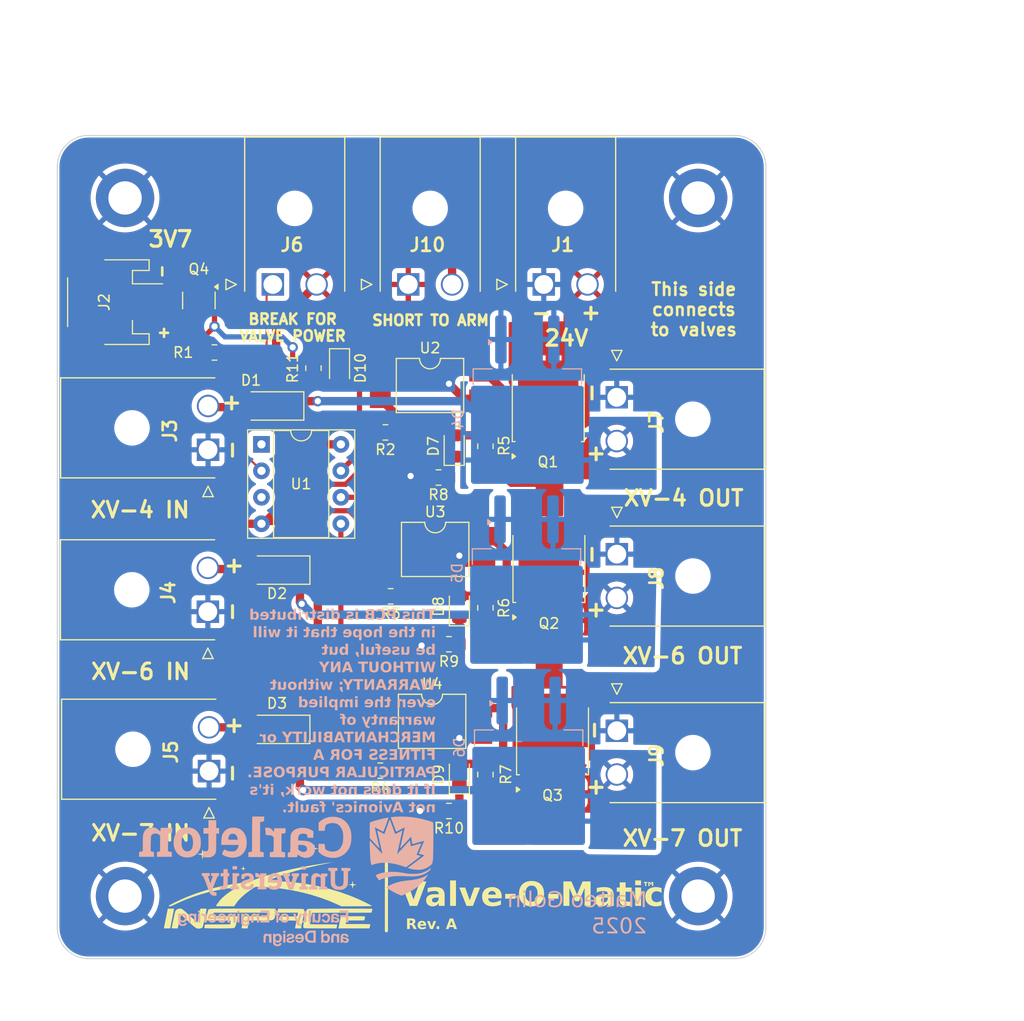
<source format=kicad_pcb>
(kicad_pcb (version 20240108) (generator "pcbnew") (generator_version "8.0")
  (title_block (title "Hybrid Valve Board") (date "2025-06-25") (rev "A") (company "Carleton University InSpace") (comment 1 "Matteo Golin"))
  (layers (0 "F.Cu" signal) (31 "B.Cu" power) (34 "B.Paste" user) (35 "F.Paste" user) (36 "B.SilkS" user "B.Silkscreen") (37 "F.SilkS" user "F.Silkscreen") (38 "B.Mask" user) (39 "F.Mask" user) (44 "Edge.Cuts" user))
  (net 0 "")
  (net 1 "/XV4_PWR")
  (net 2 "Net-(D1-A)")
  (net 3 "/XV6_PWR")
  (net 4 "Net-(D2-A)")
  (net 5 "Net-(D3-A)")
  (net 6 "/XV7_PWR")
  (net 7 "GND")
  (net 8 "/XV4_ON_24V")
  (net 9 "Net-(D8-K)")
  (net 10 "/XV6_ON_24V")
  (net 11 "Net-(D7-K)")
  (net 12 "/XV7_ON_24V")
  (net 13 "Net-(D9-K)")
  (net 14 "+24VBAT")
  (net 15 "+3V3")
  (net 16 "MCU_GND")
  (net 17 "/CONT_IN")
  (net 18 "Net-(R2-Pad1)")
  (net 19 "Net-(R3-Pad1)")
  (net 20 "Net-(R4-Pad1)")
  (net 23 "/XV4_ON")
  (net 24 "/XV6_ON")
  (net 25 "/XV7_ON")
  (net 26 "VBAT")
  (net 27 "Net-(D10-K)")
  (net 28 "VPROT")
  (footprint "MiniFitJR:1726480102" (layer "F.Cu") (at 114.976996 125.173686 -90)
    (property "Reference" "J5" (at -1.835 3.663 90) (layer "F.SilkS") (effects (font (size 1.27 1.27) (thickness 0.254))))
    (property "Value" "XV In" (hide yes))
    (pad "" np_thru_hole circle (at -2.1 7.3 270) (size 3 3) (drill 3) (layers "*.Cu" "*.Mask"))
    (pad "1" thru_hole rect (at 0 0 270) (size 2.15 2.15) (drill 1.8) (layers "*.Cu" "*.Mask") (net 7 "GND"))
    (pad "2" thru_hole circle (at -4.2 0 270) (size 2.15 2.15) (drill 1.8) (layers "*.Cu" "*.Mask") (net 5 "Net-(D3-A)"))
  )
  (footprint "Package_TO_SOT_SMD:TO-252-2" (layer "F.Cu") (at 147.94 122.215 90)
    (property "Reference" "Q3" (at -5.285 0 180) (layer "F.SilkS"))
    (property "Value" "PMOS")
    (pad "1" smd roundrect (at -5.04 -2.28 90) (size 2.2 1.2) (layers "F.Cu" "F.Paste" "F.Mask") (roundrect_rratio 0.208333) (net 12 "/XV7_ON_24V"))
    (pad "2" smd roundrect (at -0.415 -1.525 90) (size 3.05 2.75) (layers "F.Cu" "F.Paste") (roundrect_rratio 0.090909) (net 14 "+24VBAT"))
    (pad "2" smd roundrect (at -0.415 1.525 90) (size 3.05 2.75) (layers "F.Cu" "F.Paste") (roundrect_rratio 0.090909) (net 14 "+24VBAT"))
    (pad "2" smd roundrect (at 1.26 0 90) (size 6.4 5.8) (layers "F.Cu" "F.Mask") (roundrect_rratio 0.043103) (net 14 "+24VBAT"))
    (pad "2" smd roundrect (at 2.935 -1.525 90) (size 3.05 2.75) (layers "F.Cu" "F.Paste") (roundrect_rratio 0.090909) (net 14 "+24VBAT"))
    (pad "2" smd roundrect (at 2.935 1.525 90) (size 3.05 2.75) (layers "F.Cu" "F.Paste") (roundrect_rratio 0.090909) (net 14 "+24VBAT"))
    (pad "3" smd roundrect (at -5.04 2.28 90) (size 2.2 1.2) (layers "F.Cu" "F.Paste" "F.Mask") (roundrect_rratio 0.208333) (net 6 "/XV7_PWR"))
  )
  (footprint "MiniFitJR:1726480102" (layer "F.Cu") (at 134.09925 78.47 180)
    (property "Reference" "J10" (at -1.835 3.8 0) (layer "F.SilkS") (effects (font (size 1.27 1.27) (thickness 0.254))))
    (property "Value" "ARM" (hide yes))
    (pad "" np_thru_hole circle (at -2.1 7.3 180) (size 3 3) (drill 3) (layers "*.Cu" "*.Mask"))
    (pad "1" thru_hole rect (at 0 0 180) (size 2.15 2.15) (drill 1.8) (layers "*.Cu" "*.Mask") (net 15 "+3V3"))
    (pad "2" thru_hole circle (at -4.2 0 180) (size 2.15 2.15) (drill 1.8) (layers "*.Cu" "*.Mask") (net 28 "VPROT"))
  )
  (footprint "Package_DIP:SMDIP-4_W9.53mm" (layer "F.Cu") (at 136.18 88.17)
    (property "Reference" "U2" (at 0 -3.6 0) (layer "F.SilkS"))
    (property "Value" "LTV-817S")
    (pad "1" smd rect (at -4.765 -1.27) (size 2 1.78) (layers "F.Cu" "F.Paste" "F.Mask") (net 23 "/XV4_ON"))
    (pad "2" smd rect (at -4.765 1.27) (size 2 1.78) (layers "F.Cu" "F.Paste" "F.Mask") (net 18 "Net-(R2-Pad1)"))
    (pad "3" smd rect (at 4.765 1.27) (size 2 1.78) (layers "F.Cu" "F.Paste" "F.Mask") (net 7 "GND"))
    (pad "4" smd rect (at 4.765 -1.27) (size 2 1.78) (layers "F.Cu" "F.Paste" "F.Mask") (net 8 "/XV4_ON_24V"))
  )
  (footprint "Connector_JST:JST_PH_S2B-PH-SM4-TB_1x02-1MP_P2.00mm_Horizontal" (layer "F.Cu") (at 105.915 80.17 -90)
    (property "Reference" "J2" (at 0 1 90) (layer "F.SilkS"))
    (property "Value" "MCU Supply")
    (pad "1" smd roundrect (at -1 -2.85 270) (size 1 3.5) (layers "F.Cu" "F.Paste" "F.Mask") (net 16 "MCU_GND"))
    (pad "2" smd roundrect (at 1 -2.85 270) (size 1 3.5) (layers "F.Cu" "F.Paste" "F.Mask") (net 26 "VBAT"))
    (pad "MP" smd roundrect (at -3.35 2.9 270) (size 1.5 3.4) (layers "F.Cu" "F.Paste" "F.Mask") (roundrect_rratio 0.166667))
    (pad "MP" smd roundrect (at 3.35 2.9 270) (size 1.5 3.4) (layers "F.Cu" "F.Paste" "F.Mask") (roundrect_rratio 0.166667))
  )
  (footprint "MiniFitJR:1726480102" (layer "F.Cu") (at 154.115 104.35425 90)
    (property "Reference" "J8" (at -2.31575 3.8 90) (layer "F.SilkS") (effects (font (size 1.27 1.27) (thickness 0.254))))
    (property "Value" "XV Out" (hide yes))
    (pad "" np_thru_hole circle (at -2.1 7.3 90) (size 3 3) (drill 3) (layers "*.Cu" "*.Mask"))
    (pad "1" thru_hole rect (at 0 0 90) (size 2.15 2.15) (drill 1.8) (layers "*.Cu" "*.Mask") (net 7 "GND"))
    (pad "2" thru_hole circle (at -4.2 0 90) (size 2.15 2.15) (drill 1.8) (layers "*.Cu" "*.Mask") (net 3 "/XV6_PWR"))
  )
  (footprint "Resistor_SMD:R_0805_2012Metric_Pad1.20x1.40mm_HandSolder" (layer "F.Cu") (at 115.5 85 180)
    (property "Reference" "R1" (at 3 0 360) (layer "F.SilkS"))
    (property "Value" "10k")
    (pad "1" smd roundrect (at -1 0 180) (size 1.2 1.4) (layers "F.Cu" "F.Paste" "F.Mask") (roundrect_rratio 0.208333) (net 17 "/CONT_IN"))
    (pad "2" smd roundrect (at 1 0 180) (size 1.2 1.4) (layers "F.Cu" "F.Paste" "F.Mask") (roundrect_rratio 0.208333) (net 16 "MCU_GND"))
  )
  (footprint "Resistor_SMD:R_0805_2012Metric_Pad1.20x1.40mm_HandSolder" (layer "F.Cu") (at 131.415 125.13 180)
    (property "Reference" "R4" (at 0 -1.65 0) (layer "F.SilkS"))
    (property "Value" "150R")
    (pad "1" smd roundrect (at -1 0 180) (size 1.2 1.4) (layers "F.Cu" "F.Paste" "F.Mask") (roundrect_rratio 0.208333) (net 20 "Net-(R4-Pad1)"))
    (pad "2" smd roundrect (at 1 0 180) (size 1.2 1.4) (layers "F.Cu" "F.Paste" "F.Mask") (roundrect_rratio 0.208333) (net 16 "MCU_GND"))
  )
  (footprint "LED_SMD:LED_0805_2012Metric_Pad1.15x1.40mm_HandSolder" (layer "F.Cu") (at 139 109.375 90)
    (property "Reference" "D8" (at 0 -2 90) (layer "F.SilkS"))
    (property "Value" "GREEN")
    (pad "1" smd roundrect (at -1.025 0 90) (size 1.15 1.4) (layers "F.Cu" "F.Paste" "F.Mask") (roundrect_rratio 0.217391) (net 9 "Net-(D8-K)"))
    (pad "2" smd roundrect (at 1.025 0 90) (size 1.15 1.4) (layers "F.Cu" "F.Paste" "F.Mask") (roundrect_rratio 0.217391) (net 10 "/XV6_ON_24V"))
  )
  (footprint "Diode_SMD:D_SOD-128" (layer "F.Cu") (at 121.5 121.17 180)
    (property "Reference" "D3" (at 0 2.5 0) (layer "F.SilkS"))
    (property "Value" "Backflow")
    (pad "1" smd roundrect (at -2.2 0 180) (size 1.4 2.1) (layers "F.Cu" "F.Paste" "F.Mask") (roundrect_rratio 0.1785714286) (net 6 "/XV7_PWR"))
    (pad "2" smd roundrect (at 2.2 0 180) (size 1.4 2.1) (layers "F.Cu" "F.Paste" "F.Mask") (roundrect_rratio 0.1785714286) (net 5 "Net-(D3-A)"))
  )
  (footprint "hybrid-valve-board:inspace-logo-20mm" (layer "F.Cu") (at 120.63291 136.222275)
    (property "Reference" "G***" (hide yes))
    (property "Value" "LOGO" (hide yes))
  )
  (footprint "Package_DIP:SMDIP-4_W9.53mm" (layer "F.Cu") (at 136.68 103.9)
    (property "Reference" "U3" (at 0 -3.6 0) (layer "F.SilkS"))
    (property "Value" "LTV-817S")
    (pad "1" smd rect (at -4.765 -1.27) (size 2 1.78) (layers "F.Cu" "F.Paste" "F.Mask") (net 24 "/XV6_ON"))
    (pad "2" smd rect (at -4.765 1.27) (size 2 1.78) (layers "F.Cu" "F.Paste" "F.Mask") (net 19 "Net-(R3-Pad1)"))
    (pad "3" smd rect (at 4.765 1.27) (size 2 1.78) (layers "F.Cu" "F.Paste" "F.Mask") (net 7 "GND"))
    (pad "4" smd rect (at 4.765 -1.27) (size 2 1.78) (layers "F.Cu" "F.Paste" "F.Mask") (net 10 "/XV6_ON_24V"))
  )
  (footprint "Resistor_SMD:R_0805_2012Metric_Pad1.20x1.40mm_HandSolder" (layer "F.Cu") (at 131.905 92.67 180)
    (property "Reference" "R2" (at 0 -1.65 0) (layer "F.SilkS"))
    (property "Value" "150R")
    (pad "1" smd roundrect (at -1 0 180) (size 1.2 1.4) (layers "F.Cu" "F.Paste" "F.Mask") (roundrect_rratio 0.208333) (net 18 "Net-(R2-Pad1)"))
    (pad "2" smd roundrect (at 1 0 180) (size 1.2 1.4) (layers "F.Cu" "F.Paste" "F.Mask") (roundrect_rratio 0.208333) (net 16 "MCU_GND"))
  )
  (footprint "Resistor_SMD:R_0805_2012Metric_Pad1.20x1.40mm_HandSolder" (layer "F.Cu") (at 141.5 109.5 90)
    (property "Reference" "R6" (at -0.016402 1.772067 90) (layer "F.SilkS"))
    (property "Value" "10k")
    (pad "1" smd roundrect (at -1 0 90) (size 1.2 1.4) (layers "F.Cu" "F.Paste" "F.Mask") (roundrect_rratio 0.208333) (net 14 "+24VBAT"))
    (pad "2" smd roundrect (at 1 0 90) (size 1.2 1.4) (layers "F.Cu" "F.Paste" "F.Mask") (roundrect_rratio 0.208333) (net 10 "/XV6_ON_24V"))
  )
  (footprint "Resistor_SMD:R_0805_2012Metric_Pad1.20x1.40mm_HandSolder" (layer "F.Cu") (at 138 113 180)
    (property "Reference" "R9" (at 0 -1.65 0) (layer "F.SilkS"))
    (property "Value" "1k5")
    (pad "1" smd roundrect (at -1 0 180) (size 1.2 1.4) (layers "F.Cu" "F.Paste" "F.Mask") (roundrect_rratio 0.208333) (net 9 "Net-(D8-K)"))
    (pad "2" smd roundrect (at 1 0 180) (size 1.2 1.4) (layers "F.Cu" "F.Paste" "F.Mask") (roundrect_rratio 0.208333) (net 7 "GND"))
  )
  (footprint "MiniFitJR:1726480102" (layer "F.Cu") (at 147.09925 78.47 180)
    (property "Reference" "J1" (at -1.81575 3.8 0) (layer "F.SilkS") (effects (font (size 1.27 1.27) (thickness 0.254))))
    (property "Value" "XV Supply" (hide yes))
    (pad "" np_thru_hole circle (at -2.1 7.3 180) (size 3 3) (drill 3) (layers "*.Cu" "*.Mask"))
    (pad "1" thru_hole rect (at 0 0 180) (size 2.15 2.15) (drill 1.8) (layers "*.Cu" "*.Mask") (net 7 "GND"))
    (pad "2" thru_hole circle (at -4.2 0 180) (size 2.15 2.15) (drill 1.8) (layers "*.Cu" "*.Mask") (net 14 "+24VBAT"))
  )
  (footprint "MountingHole:MountingHole_3.2mm_M3_DIN965_Pad" (layer "F.Cu") (at 106.915 70.17)
    (property "Reference" "H1" (hide yes))
    (property "Value" "~")
    (pad "1" thru_hole circle (at 0 0) (size 5.6 5.6) (drill 3.2) (layers "*.Cu" "*.Mask") (net 7 "GND"))
  )
  (footprint "Resistor_SMD:R_0805_2012Metric_Pad1.20x1.40mm_HandSolder" (layer "F.Cu") (at 132.405 108.4 180)
    (property "Reference" "R3" (at 0 -1.65 0) (layer "F.SilkS"))
    (property "Value" "150R")
    (pad "1" smd roundrect (at -1 0 180) (size 1.2 1.4) (layers "F.Cu" "F.Paste" "F.Mask") (roundrect_rratio 0.208333) (net 19 "Net-(R3-Pad1)"))
    (pad "2" smd roundrect (at 1 0 180) (size 1.2 1.4) (layers "F.Cu" "F.Paste" "F.Mask") (roundrect_rratio 0.208333) (net 16 "MCU_GND"))
  )
  (footprint "Package_DIP:SMDIP-4_W9.53mm" (layer "F.Cu") (at 136.385 120.4)
    (property "Reference" "U4" (at 0 -3.6 0) (layer "F.SilkS"))
    (property "Value" "LTV-817S")
    (pad "1" smd rect (at -4.765 -1.27) (size 2 1.78) (layers "F.Cu" "F.Paste" "F.Mask") (net 25 "/XV7_ON"))
    (pad "2" smd rect (at -4.765 1.27) (size 2 1.78) (layers "F.Cu" "F.Paste" "F.Mask") (net 20 "Net-(R4-Pad1)"))
    (pad "3" smd rect (at 4.765 1.27) (size 2 1.78) (layers "F.Cu" "F.Paste" "F.Mask") (net 7 "GND"))
    (pad "4" smd rect (at 4.765 -1.27) (size 2 1.78) (layers "F.Cu" "F.Paste" "F.Mask") (net 12 "/XV7_ON_24V"))
  )
  (footprint "Resistor_SMD:R_0805_2012Metric_Pad1.20x1.40mm_HandSolder" (layer "F.Cu") (at 138 129 180)
    (property "Reference" "R10" (at 0 -1.65 0) (layer "F.SilkS"))
    (property "Value" "1k5")
    (pad "1" smd roundrect (at -1 0 180) (size 1.2 1.4) (layers "F.Cu" "F.Paste" "F.Mask") (roundrect_rratio 0.208333) (net 13 "Net-(D9-K)"))
    (pad "2" smd roundrect (at 1 0 180) (size 1.2 1.4) (layers "F.Cu" "F.Paste" "F.Mask") (roundrect_rratio 0.208333) (net 7 "GND"))
  )
  (footprint "LED_SMD:LED_0805_2012Metric_Pad1.15x1.40mm_HandSolder" (layer "F.Cu") (at 139 125.5 90)
    (property "Reference" "D9" (at 0 -2 90) (layer "F.SilkS"))
    (property "Value" "GREEN")
    (pad "1" smd roundrect (at -1.025 0 90) (size 1.15 1.4) (layers "F.Cu" "F.Paste" "F.Mask") (roundrect_rratio 0.217391) (net 13 "Net-(D9-K)"))
    (pad "2" smd roundrect (at 1.025 0 90) (size 1.15 1.4) (layers "F.Cu" "F.Paste" "F.Mask") (roundrect_rratio 0.217391) (net 12 "/XV7_ON_24V"))
  )
  (footprint "LED_SMD:LED_0805_2012Metric_Pad1.15x1.40mm_HandSolder" (layer "F.Cu") (at 138.5 93.975 90)
    (property "Reference" "D7" (at -0.025 -2 90) (layer "F.SilkS"))
    (property "Value" "GREEN")
    (pad "1" smd roundrect (at -1.025 0 90) (size 1.15 1.4) (layers "F.Cu" "F.Paste" "F.Mask") (roundrect_rratio 0.217391) (net 11 "Net-(D7-K)"))
    (pad "2" smd roundrect (at 1.025 0 90) (size 1.15 1.4) (layers "F.Cu" "F.Paste" "F.Mask") (roundrect_rratio 0.217391) (net 8 "/XV4_ON_24V"))
  )
  (footprint "Diode_SMD:D_SOD-128" (layer "F.Cu") (at 120.915 90.132387 180)
    (property "Reference" "D1" (at 1.915 2.462387 0) (layer "F.SilkS"))
    (property "Value" "Backflow")
    (pad "1" smd roundrect (at -2.2 0 180) (size 1.4 2.1) (layers "F.Cu" "F.Paste" "F.Mask") (roundrect_rratio 0.1785714286) (net 1 "/XV4_PWR"))
    (pad "2" smd roundrect (at 2.2 0 180) (size 1.4 2.1) (layers "F.Cu" "F.Paste" "F.Mask") (roundrect_rratio 0.1785714286) (net 2 "Net-(D1-A)"))
  )
  (footprint "Diode_SMD:D_SOD-128" (layer "F.Cu") (at 121.5 105.88575 180)
    (property "Reference" "D2" (at 0 -2.25 0) (layer "F.SilkS"))
    (property "Value" "Backflow")
    (pad "1" smd roundrect (at -2.2 0 180) (size 1.4 2.1) (layers "F.Cu" "F.Paste" "F.Mask") (roundrect_rratio 0.1785714286) (net 3 "/XV6_PWR"))
    (pad "2" smd roundrect (at 2.2 0 180) (size 1.4 2.1) (layers "F.Cu" "F.Paste" "F.Mask") (roundrect_rratio 0.1785714286) (net 4 "Net-(D2-A)"))
  )
  (footprint "MiniFitJR:1726480102" (layer "F.Cu") (at 121.09925 78.47 180)
    (property "Reference" "J6" (at -1.835 3.8 0) (layer "F.SilkS") (effects (font (size 1.27 1.27) (thickness 0.254))))
    (property "Value" "Continuity" (hide yes))
    (pad "" np_thru_hole circle (at -2.1 7.3 180) (size 3 3) (drill 3) (layers "*.Cu" "*.Mask"))
    (pad "1" thru_hole rect (at 0 0 180) (size 2.15 2.15) (drill 1.8) (layers "*.Cu" "*.Mask") (net 17 "/CONT_IN"))
    (pad "2" thru_hole circle (at -4.2 0 180) (size 2.15 2.15) (drill 1.8) (layers "*.Cu" "*.Mask") (net 15 "+3V3"))
  )
  (footprint "Package_TO_SOT_SMD:TO-252-2" (layer "F.Cu") (at 147.593986 105.681625 90)
    (property "Reference" "Q2" (at -5.318375 0 0) (layer "F.SilkS"))
    (property "Value" "PMOS")
    (pad "1" smd roundrect (at -5.04 -2.28 90) (size 2.2 1.2) (layers "F.Cu" "F.Paste" "F.Mask") (roundrect_rratio 0.208333) (net 10 "/XV6_ON_24V"))
    (pad "2" smd roundrect (at -0.415 -1.525 90) (size 3.05 2.75) (layers "F.Cu" "F.Paste") (roundrect_rratio 0.090909) (net 14 "+24VBAT"))
    (pad "2" smd roundrect (at -0.415 1.525 90) (size 3.05 2.75) (layers "F.Cu" "F.Paste") (roundrect_rratio 0.090909) (net 14 "+24VBAT"))
    (pad "2" smd roundrect (at 1.26 0 90) (size 6.4 5.8) (layers "F.Cu" "F.Mask") (roundrect_rratio 0.043103) (net 14 "+24VBAT"))
    (pad "2" smd roundrect (at 2.935 -1.525 90) (size 3.05 2.75) (layers "F.Cu" "F.Paste") (roundrect_rratio 0.090909) (net 14 "+24VBAT"))
    (pad "2" smd roundrect (at 2.935 1.525 90) (size 3.05 2.75) (layers "F.Cu" "F.Paste") (roundrect_rratio 0.090909) (net 14 "+24VBAT"))
    (pad "3" smd roundrect (at -5.04 2.28 90) (size 2.2 1.2) (layers "F.Cu" "F.Paste" "F.Mask") (roundrect_rratio 0.208333) (net 3 "/XV6_PWR"))
  )
  (footprint "Resistor_SMD:R_0805_2012Metric_Pad1.20x1.40mm_HandSolder" (layer "F.Cu") (at 141.5 94 90)
    (property "Reference" "R5" (at 0.051484 1.790176 90) (layer "F.SilkS"))
    (property "Value" "10k")
    (pad "1" smd roundrect (at -1 0 90) (size 1.2 1.4) (layers "F.Cu" "F.Paste" "F.Mask") (roundrect_rratio 0.208333) (net 14 "+24VBAT"))
    (pad "2" smd roundrect (at 1 0 90) (size 1.2 1.4) (layers "F.Cu" "F.Paste" "F.Mask") (roundrect_rratio 0.208333) (net 8 "/XV4_ON_24V"))
  )
  (footprint "LED_SMD:LED_0805_2012Metric_Pad1.15x1.40mm_HandSolder" (layer "F.Cu") (at 127.5 86.5 -90)
    (property "Reference" "D10" (at 0 -2 90) (layer "F.SilkS"))
    (property "Value" "GREEN")
    (pad "1" smd roundrect (at -1.025 0 270) (size 1.15 1.4) (layers "F.Cu" "F.Paste" "F.Mask") (roundrect_rratio 0.217391) (net 27 "Net-(D10-K)"))
    (pad "2" smd roundrect (at 1.025 0 270) (size 1.15 1.4) (layers "F.Cu" "F.Paste" "F.Mask") (roundrect_rratio 0.217391) (net 15 "+3V3"))
  )
  (footprint "MiniFitJR:1726480102" (layer "F.Cu") (at 154.105 89.3 90)
    (property "Reference" "J7" (at -2.37 3.81 90) (layer "F.SilkS") (effects (font (size 1.27 1.27) (thickness 0.254))))
    (property "Value" "XV Out" (hide yes))
    (pad "" np_thru_hole circle (at -2.1 7.3 90) (size 3 3) (drill 3) (layers "*.Cu" "*.Mask"))
    (pad "1" thru_hole rect (at 0 0 90) (size 2.15 2.15) (drill 1.8) (layers "*.Cu" "*.Mask") (net 7 "GND"))
    (pad "2" thru_hole circle (at -4.2 0 90) (size 2.15 2.15) (drill 1.8) (layers "*.Cu" "*.Mask") (net 1 "/XV4_PWR"))
  )
  (footprint "Package_TO_SOT_SMD:SOT-23-3" (layer "F.Cu") (at 114 80 -90)
    (property "Reference" "Q4" (at -3 0 180) (layer "F.SilkS"))
    (property "Value" "PMOS")
    (pad "1" smd roundrect (at -1.1375 -0.95 270) (size 1.325 0.6) (layers "F.Cu" "F.Paste" "F.Mask") (net 16 "MCU_GND"))
    (pad "2" smd roundrect (at -1.1375 0.95 270) (size 1.325 0.6) (layers "F.Cu" "F.Paste" "F.Mask") (net 28 "VPROT"))
    (pad "3" smd roundrect (at 1.1375 0 270) (size 1.325 0.6) (layers "F.Cu" "F.Paste" "F.Mask") (net 26 "VBAT"))
  )
  (footprint "Package_TO_SOT_SMD:TO-252-2" (layer "F.Cu") (at 147.529424 90.237899 90)
    (property "Reference" "Q1" (at -5.262101 -0.029424 180) (layer "F.SilkS"))
    (property "Value" "PMOS")
    (pad "1" smd roundrect (at -5.04 -2.28 90) (size 2.2 1.2) (layers "F.Cu" "F.Paste" "F.Mask") (roundrect_rratio 0.208333) (net 8 "/XV4_ON_24V"))
    (pad "2" smd roundrect (at -0.415 -1.525 90) (size 3.05 2.75) (layers "F.Cu" "F.Paste") (roundrect_rratio 0.090909) (net 14 "+24VBAT"))
    (pad "2" smd roundrect (at -0.415 1.525 90) (size 3.05 2.75) (layers "F.Cu" "F.Paste") (roundrect_rratio 0.090909) (net 14 "+24VBAT"))
    (pad "2" smd roundrect (at 1.26 0 90) (size 6.4 5.8) (layers "F.Cu" "F.Mask") (roundrect_rratio 0.043103) (net 14 "+24VBAT"))
    (pad "2" smd roundrect (at 2.935 -1.525 90) (size 3.05 2.75) (layers "F.Cu" "F.Paste") (roundrect_rratio 0.090909) (net 14 "+24VBAT"))
    (pad "2" smd roundrect (at 2.935 1.525 90) (size 3.05 2.75) (layers "F.Cu" "F.Paste") (roundrect_rratio 0.090909) (net 14 "+24VBAT"))
    (pad "3" smd roundrect (at -5.04 2.28 90) (size 2.2 1.2) (layers "F.Cu" "F.Paste" "F.Mask") (roundrect_rratio 0.208333) (net 1 "/XV4_PWR"))
  )
  (footprint "Resistor_SMD:R_0805_2012Metric_Pad1.20x1.40mm_HandSolder" (layer "F.Cu") (at 125 86.5 -90)
    (property "Reference" "R11" (at 0 2 90) (layer "F.SilkS"))
    (property "Value" "150R")
    (pad "1" smd roundrect (at -1 0 270) (size 1.2 1.4) (layers "F.Cu" "F.Paste" "F.Mask") (roundrect_rratio 0.208333) (net 27 "Net-(D10-K)"))
    (pad "2" smd roundrect (at 1 0 270) (size 1.2 1.4) (layers "F.Cu" "F.Paste" "F.Mask") (roundrect_rratio 0.208333) (net 16 "MCU_GND"))
  )
  (footprint "Package_DIP:DIP-8_W7.62mm_Socket" (layer "F.Cu") (at 120.008 93.81575)
    (property "Reference" "U1" (at 3.8 3.8 0) (layer "F.SilkS"))
    (property "Value" "ATtiny85-20P")
    (pad "1" thru_hole rect (at 0 0) (size 1.6 1.6) (drill 0.8) (layers "*.Cu" "*.Mask"))
    (pad "2" thru_hole oval (at 0 2.54) (size 1.6 1.6) (drill 0.8) (layers "*.Cu" "*.Mask") (net 17 "/CONT_IN"))
    (pad "3" thru_hole oval (at 0 5.08) (size 1.6 1.6) (drill 0.8) (layers "*.Cu" "*.Mask"))
    (pad "4" thru_hole oval (at 0 7.62) (size 1.6 1.6) (drill 0.8) (layers "*.Cu" "*.Mask") (net 16 "MCU_GND"))
    (pad "5" thru_hole oval (at 7.62 7.62) (size 1.6 1.6) (drill 0.8) (layers "*.Cu" "*.Mask") (net 25 "/XV7_ON"))
    (pad "6" thru_hole oval (at 7.62 5.08) (size 1.6 1.6) (drill 0.8) (layers "*.Cu" "*.Mask") (net 24 "/XV6_ON"))
    (pad "7" thru_hole oval (at 7.62 2.54) (size 1.6 1.6) (drill 0.8) (layers "*.Cu" "*.Mask") (net 23 "/XV4_ON"))
    (pad "8" thru_hole oval (at 7.62 0) (size 1.6 1.6) (drill 0.8) (layers "*.Cu" "*.Mask") (net 15 "+3V3"))
  )
  (footprint "Resistor_SMD:R_0805_2012Metric_Pad1.20x1.40mm_HandSolder" (layer "F.Cu") (at 137 97 180)
    (property "Reference" "R8" (at 0 -1.65 0) (layer "F.SilkS"))
    (property "Value" "1k5")
    (pad "1" smd roundrect (at -1 0 180) (size 1.2 1.4) (layers "F.Cu" "F.Paste" "F.Mask") (roundrect_rratio 0.208333) (net 11 "Net-(D7-K)"))
    (pad "2" smd roundrect (at 1 0 180) (size 1.2 1.4) (layers "F.Cu" "F.Paste" "F.Mask") (roundrect_rratio 0.208333) (net 7 "GND"))
  )
  (footprint "MountingHole:MountingHole_3.2mm_M3_DIN965_Pad" (layer "F.Cu") (at 161.915 70.17)
    (property "Reference" "H2" (hide yes))
    (property "Value" "~")
    (pad "1" thru_hole circle (at 0 0) (size 5.6 5.6) (drill 3.2) (layers "*.Cu" "*.Mask") (net 7 "GND"))
  )
  (footprint "MiniFitJR:1726480102" (layer "F.Cu") (at 154.115 121.3 90)
    (property "Reference" "J9" (at -2.37 3.8 90) (layer "F.SilkS") (effects (font (size 1.27 1.27) (thickness 0.254))))
    (property "Value" "XV Out" (hide yes))
    (pad "" np_thru_hole circle (at -2.1 7.3 90) (size 3 3) (drill 3) (layers "*.Cu" "*.Mask"))
    (pad "1" thru_hole rect (at 0 0 90) (size 2.15 2.15) (drill 1.8) (layers "*.Cu" "*.Mask") (net 7 "GND"))
    (pad "2" thru_hole circle (at -4.2 0 90) (size 2.15 2.15) (drill 1.8) (layers "*.Cu" "*.Mask") (net 6 "/XV7_PWR"))
  )
  (footprint "Resistor_SMD:R_0805_2012Metric_Pad1.20x1.40mm_HandSolder" (layer "F.Cu") (at 141.5 125.5 90)
    (property "Reference" "R7" (at 0 1.97 90) (layer "F.SilkS"))
    (property "Value" "10k")
    (pad "1" smd roundrect (at -1 0 90) (size 1.2 1.4) (layers "F.Cu" "F.Paste" "F.Mask") (roundrect_rratio 0.208333) (net 14 "+24VBAT"))
    (pad "2" smd roundrect (at 1 0 90) (size 1.2 1.4) (layers "F.Cu" "F.Paste" "F.Mask") (roundrect_rratio 0.208333) (net 12 "/XV7_ON_24V"))
  )
  (footprint "MountingHole:MountingHole_3.2mm_M3_DIN965_Pad" (layer "F.Cu") (at 161.915 137.17)
    (property "Reference" "H4" (hide yes))
    (property "Value" "~")
    (pad "1" thru_hole circle (at 0 0) (size 5.6 5.6) (drill 3.2) (layers "*.Cu" "*.Mask") (net 7 "GND"))
  )
  (footprint "MountingHole:MountingHole_3.2mm_M3_DIN965_Pad" (layer "F.Cu") (at 106.915 137.17)
    (property "Reference" "H3" (hide yes))
    (property "Value" "~")
    (pad "1" thru_hole circle (at 0 0) (size 5.6 5.6) (drill 3.2) (layers "*.Cu" "*.Mask") (net 7 "GND"))
  )
  (footprint "MiniFitJR:1726480102" (layer "F.Cu") (at 114.883095 94.335166 -90)
    (property "Reference" "J3" (at -1.81575 3.663 90) (layer "F.SilkS") (effects (font (size 1.27 1.27) (thickness 0.254))))
    (property "Value" "XV In" (hide yes))
    (pad "" np_thru_hole circle (at -2.1 7.3 270) (size 3 3) (drill 3) (layers "*.Cu" "*.Mask"))
    (pad "1" thru_hole rect (at 0 0 270) (size 2.15 2.15) (drill 1.8) (layers "*.Cu" "*.Mask") (net 7 "GND"))
    (pad "2" thru_hole circle (at -4.2 0 270) (size 2.15 2.15) (drill 1.8) (layers "*.Cu" "*.Mask") (net 2 "Net-(D1-A)"))
  )
  (footprint "MiniFitJR:1726480102" (layer "F.Cu") (at 114.864801 109.872779 -90)
    (property "Reference" "J4" (at -1.835 3.8 90) (layer "F.SilkS") (effects (font (size 1.27 1.27) (thickness 0.254))))
    (property "Value" "XV In" (hide yes))
    (pad "" np_thru_hole circle (at -2.1 7.3 270) (size 3 3) (drill 3) (layers "*.Cu" "*.Mask"))
    (pad "1" thru_hole rect (at 0 0 270) (size 2.15 2.15) (drill 1.8) (layers "*.Cu" "*.Mask") (net 7 "GND"))
    (pad "2" thru_hole circle (at -4.2 0 270) (size 2.15 2.15) (drill 1.8) (layers "*.Cu" "*.Mask") (net 4 "Net-(D2-A)"))
  )
  (footprint "Package_TO_SOT_SMD:TO-263-2" (layer "B.Cu") (at 145.65 126.05 -90)
    (property "Reference" "D6" (at -3.15 6.65 90) (layer "B.SilkS") (effects (justify mirror)))
    (property "Value" "Flyback")
    (pad "1" smd roundrect (at -7.65 2.54 270) (size 4.6 1.1) (layers "B.Cu" "B.Paste" "B.Mask") (roundrect_rratio 0.227273) (net 7 "GND"))
    (pad "2" smd roundrect (at -0.925 -2.775 270) (size 4.55 5.25) (layers "B.Cu" "B.Paste") (roundrect_rratio 0.054945) (net 6 "/XV7_PWR"))
    (pad "2" smd roundrect (at -0.925 2.775 270) (size 4.55 5.25) (layers "B.Cu" "B.Paste") (roundrect_rratio 0.054945) (net 6 "/XV7_PWR"))
    (pad "2" smd roundrect (at 1.5 0 270) (size 9.4 10.8) (layers "B.Cu" "B.Mask") (roundrect_rratio 0.026596) (net 6 "/XV7_PWR"))
    (pad "2" smd roundrect (at 3.925 -2.775 270) (size 4.55 5.25) (layers "B.Cu" "B.Paste") (roundrect_rratio 0.054945) (net 6 "/XV7_PWR"))
    (pad "2" smd roundrect (at 3.925 2.775 270) (size 4.55 5.25) (layers "B.Cu" "B.Paste") (roundrect_rratio 0.054945) (net 6 "/XV7_PWR"))
    (pad "3" smd roundrect (at -7.65 -2.54 270) (size 4.6 1.1) (layers "B.Cu" "B.Paste" "B.Mask") (roundrect_rratio 0.227273) (net 7 "GND"))
  )
  (footprint "Package_TO_SOT_SMD:TO-263-2" (layer "B.Cu") (at 145.445 108.66575 -90)
    (property "Reference" "D5" (at -2.49575 6.65 90) (layer "B.SilkS") (effects (justify mirror)))
    (property "Value" "Flyback")
    (pad "1" smd roundrect (at -7.65 2.54 270) (size 4.6 1.1) (layers "B.Cu" "B.Paste" "B.Mask") (roundrect_rratio 0.227273) (net 7 "GND"))
    (pad "2" smd roundrect (at -0.925 -2.775 270) (size 4.55 5.25) (layers "B.Cu" "B.Paste") (roundrect_rratio 0.054945) (net 3 "/XV6_PWR"))
    (pad "2" smd roundrect (at -0.925 2.775 270) (size 4.55 5.25) (layers "B.Cu" "B.Paste") (roundrect_rratio 0.054945) (net 3 "/XV6_PWR"))
    (pad "2" smd roundrect (at 1.5 0 270) (size 9.4 10.8) (layers "B.Cu" "B.Mask") (roundrect_rratio 0.026596) (net 3 "/XV6_PWR"))
    (pad "2" smd roundrect (at 3.925 -2.775 270) (size 4.55 5.25) (layers "B.Cu" "B.Paste") (roundrect_rratio 0.054945) (net 3 "/XV6_PWR"))
    (pad "2" smd roundrect (at 3.925 2.775 270) (size 4.55 5.25) (layers "B.Cu" "B.Paste") (roundrect_rratio 0.054945) (net 3 "/XV6_PWR"))
    (pad "3" smd roundrect (at -7.65 -2.54 270) (size 4.6 1.1) (layers "B.Cu" "B.Paste" "B.Mask") (roundrect_rratio 0.227273) (net 7 "GND"))
  )
  (footprint "hybrid-valve-board:fed-logo-40mm" (layer "B.Cu") (at 122.53402 135.357522 180)
    (property "Reference" "G***" (hide yes))
    (property "Value" "LOGO" (hide yes))
  )
  (footprint "Package_TO_SOT_SMD:TO-263-2" (layer "B.Cu") (at 145.525 91.4 -90)
    (property "Reference" "D4" (at 0 6.65 90) (layer "B.SilkS") (effects (justify mirror)))
    (property "Value" "Flyback")
    (pad "1" smd roundrect (at -7.65 2.54 270) (size 4.6 1.1) (layers "B.Cu" "B.Paste" "B.Mask") (roundrect_rratio 0.227273) (net 7 "GND"))
    (pad "2" smd roundrect (at -0.925 -2.775 270) (size 4.55 5.25) (layers "B.Cu" "B.Paste") (roundrect_rratio 0.054945) (net 1 "/XV4_PWR"))
    (pad "2" smd roundrect (at -0.925 2.775 270) (size 4.55 5.25) (layers "B.Cu" "B.Paste") (roundrect_rratio 0.054945) (net 1 "/XV4_PWR"))
    (pad "2" smd roundrect (at 1.5 0 270) (size 9.4 10.8) (layers "B.Cu" "B.Mask") (roundrect_rratio 0.026596) (net 1 "/XV4_PWR"))
    (pad "2" smd roundrect (at 3.925 -2.775 270) (size 4.55 5.25) (layers "B.Cu" "B.Paste") (roundrect_rratio 0.054945) (net 1 "/XV4_PWR"))
    (pad "2" smd roundrect (at 3.925 2.775 270) (size 4.55 5.25) (layers "B.Cu" "B.Paste") (roundrect_rratio 0.054945) (net 1 "/XV4_PWR"))
    (pad "3" smd roundrect (at -7.65 -2.54 270) (size 4.6 1.1) (layers "B.Cu" "B.Paste" "B.Mask") (roundrect_rratio 0.227273) (net 7 "GND"))
  )
  (gr_line (start 132 133.982542) (end 132 140.5) (stroke (width 0.3)) (layer "F.SilkS"))
  (gr_line (start 100.415 140.17) (end 100.415 67.17) (stroke (width 0.1)) (layer "Edge.Cuts"))
  (gr_arc (start 165.415 64.17) (mid 167.53632 65.04868) (end 168.415 67.17) (stroke (width 0.1)) (layer "Edge.Cuts"))
  (gr_arc (start 168.415 140.17) (mid 167.53632 142.29132) (end 165.415 143.17) (stroke (width 0.1)) (layer "Edge.Cuts"))
  (gr_line (start 168.415 67.17) (end 168.415 140.17) (stroke (width 0.1)) (layer "Edge.Cuts"))
  (gr_line (start 165.415 143.17) (end 103.415 143.17) (stroke (width 0.1)) (layer "Edge.Cuts"))
  (gr_line (start 103.415 64.17) (end 165.415 64.17) (stroke (width 0.1)) (layer "Edge.Cuts"))
  (gr_arc (start 100.415 67.17) (mid 101.29368 65.04868) (end 103.415 64.17) (stroke (width 0.1)) (layer "Edge.Cuts"))
  (gr_arc (start 103.415 143.17) (mid 101.29368 142.29132) (end 100.415 140.17) (stroke (width 0.1)) (layer "Edge.Cuts"))
  (gr_text "Matteo Golin\n2025" (at 157 141 0) (layer "B.SilkS") (effects (font (size 1.5 1.5) (thickness 0.1)) (justify left bottom mirror)))
  (gr_text "+" (at 116.260067 106.262775 0) (layer "F.SilkS") (effects (font (size 1.5 1.5) (thickness 0.3) (bold yes)) (justify left bottom)))
  (gr_text "XV-6 IN" (at 103.5 116.5 0) (layer "F.SilkS") (effects (font (size 1.5 1.5) (thickness 0.3) (bold yes)) (justify left bottom)))
  (gr_text "+" (at 109.874539 83.630937 0) (layer "F.SilkS") (effects (font (size 1 1) (thickness 0.25) (bold yes)) (justify left bottom)))
  (gr_text "+" (at 151 95.5 0) (layer "F.SilkS") (effects (font (size 1.5 1.5) (thickness 0.3) (bold yes)) (justify left bottom)))
  (gr_text "XV-6 OUT" (at 154.5 115 0) (layer "F.SilkS") (effects (font (size 1.5 1.5) (thickness 0.3) (bold yes)) (justify left bottom)))
  (gr_text "XV-7 OUT" (at 154.5 132.5 0) (layer "F.SilkS") (effects (font (size 1.5 1.5) (thickness 0.3) (bold yes)) (justify left bottom)))
  (gr_text "-\n" (at 152.5 105.5 90) (layer "F.SilkS") (effects (font (size 1.5 1.5) (thickness 0.3) (bold yes)) (justify left bottom)))
  (gr_text "XV-4 IN\n" (at 103.451389 100.978615 0) (layer "F.SilkS") (effects (font (size 1.5 1.5) (thickness 0.3) (bold yes)) (justify left bottom)))
  (gr_text "+" (at 151 110.5 0) (layer "F.SilkS") (effects (font (size 1.5 1.5) (thickness 0.3) (bold yes)) (justify left bottom)))
  (gr_text "+" (at 116.022762 90.624314 0) (layer "F.SilkS") (effects (font (size 1.5 1.5) (thickness 0.3) (bold yes)) (justify left bottom)))
  (gr_text "24V" (at 147 84.5 0) (layer "F.SilkS") (effects (font (size 1.5 1.5) (thickness 0.3) (bold yes)) (justify left bottom)))
  (gr_text "XV-7 IN\n" (at 103.5 132 0) (layer "F.SilkS") (effects (font (size 1.5 1.5) (thickness 0.3) (bold yes)) (justify left bottom)))
  (gr_text "-\n" (at 111 78 90) (layer "F.SilkS") (effects (font (size 1 1) (thickness 0.25) (bold yes)) (justify left bottom)))
  (gr_text "+" (at 150.5 82 0) (layer "F.SilkS") (effects (font (size 1.5 1.5) (thickness 0.3) (bold yes)) (justify left bottom)))
  (gr_text "-\n" (at 148 80.5 180) (layer "F.SilkS") (effects (font (size 1.5 1.5) (thickness 0.3) (bold yes)) (justify left bottom)))
  (gr_text "SHORT TO ARM" (at 130.5 82.5 0) (layer "F.SilkS") (effects (font (size 1 1) (thickness 0.25) (bold yes)) (justify left bottom)))
  (gr_text "Rev. A" (at 133.853513 140.5 0) (layer "F.SilkS") (effects (font (size 1 1) (thickness 0.1)) (justify left bottom)))
  (gr_text "This side\nconnects\nto valves" (at 161.5 83.5 0) (layer "F.SilkS") (effects (font (size 1.2 1.2) (thickness 0.25) (bold yes)) (justify bottom)))
  (gr_text "Valve-O-Matic" (at 133.353513 138.5 0) (layer "F.SilkS") (effects (font (size 2.3 2.3) (thickness 0.1)) (justify left bottom)))
  (gr_text "-\n" (at 152.5 90 90) (layer "F.SilkS") (effects (font (size 1.5 1.5) (thickness 0.3) (bold yes)) (justify left bottom)))
  (gr_text "+" (at 151 127.5 0) (layer "F.SilkS") (effects (font (size 1.5 1.5) (thickness 0.3) (bold yes)) (justify left bottom)))
  (gr_text "XV-4 OUT" (at 154.615 99.85425 0) (layer "F.SilkS") (effects (font (size 1.5 1.5) (thickness 0.3) (bold yes)) (justify left bottom)))
  (gr_text "-\n" (at 118 111 90) (layer "F.SilkS") (effects (font (size 1.5 1.5) (thickness 0.3) (bold yes)) (justify left bottom)))
  (gr_text "-\n" (at 118 126.5 90) (layer "F.SilkS") (effects (font (size 1.5 1.5) (thickness 0.3) (bold yes)) (justify left bottom)))
  (gr_text "™" (at 156.5 137 0) (layer "F.SilkS") (effects (font (size 1 1) (thickness 0.1)) (justify left bottom)))
  (gr_text "-\n" (at 152.74062 122.377506 90) (layer "F.SilkS") (effects (font (size 1.5 1.5) (thickness 0.3) (bold yes)) (justify left bottom)))
  (gr_text "+" (at 116.260067 121.592739 0) (layer "F.SilkS") (effects (font (size 1.5 1.5) (thickness 0.3) (bold yes)) (justify left bottom)))
  (gr_text "3V7" (at 109 75 0) (layer "F.SilkS") (effects (font (size 1.5 1.5) (thickness 0.3) (bold yes)) (justify left bottom)))
  (gr_text "BREAK FOR\nVALVE POWER" (at 123 84 0) (layer "F.SilkS") (effects (font (size 1 1) (thickness 0.25) (bold yes)) (justify bottom)))
  (gr_text "-\n" (at 118 95.5 90) (layer "F.SilkS") (effects (font (size 1.5 1.5) (thickness 0.3) (bold yes)) (justify left bottom)))
  (gr_text_box "This PCB is distributed in the hope that it will be useful, but WITHOUT ANY WARRANTY; without even the implied warranty of MERCHANTABILITY or FITNESS FOR A PARTICULAR PURPOSE. If it does not work, it's not Avionics' fault." (start 117.25575 108.896667) (end 137.5 131.103332) (layer "B.SilkS") (effects (font (size 1 1) (thickness 0.1)) (justify left top mirror)) (border no))
  (segment (start 125.415 89.67) (end 123.577387 89.67) (width 0.8) (layer "F.Cu") (net 1))
  (segment (start 123.577387 89.67) (end 123.115 90.132387) (width 0.8) (layer "F.Cu") (net 1))
  (via (at 125.415 89.67) (size 1) (drill 0.6) (layers "F.Cu" "B.Cu") (net 1))
  (segment (start 140.22 90.475) (end 142.75 90.475) (width 0.8) (layer "B.Cu") (net 1))
  (segment (start 125.415 89.67) (end 139.415 89.67) (width 0.8) (layer "B.Cu") (net 1))
  (segment (start 139.415 89.67) (end 140.22 90.475) (width 0.8) (layer "B.Cu") (net 1))
  (segment (start 118.59925 90.248137) (end 118.715 90.132387) (width 0.8) (layer "F.Cu") (net 2))
  (segment (start 114.996066 90.248137) (end 118.59925 90.248137) (width 0.8) (layer "F.Cu") (net 2))
  (segment (start 114.883095 90.135166) (end 114.996066 90.248137) (width 0.8) (layer "F.Cu") (net 2))
  (segment (start 123.8725 109.1275) (end 123.7 108.955) (width 0.8) (layer "F.Cu") (net 3))
  (segment (start 123.7 108.955) (end 123.7 105.88575) (width 0.8) (layer "F.Cu") (net 3))
  (via (at 123.8725 109.1275) (size 1) (drill 0.6) (layers "F.Cu" "B.Cu") (net 3))
  (segment (start 124.91075 110.16575) (end 145.445 110.16575) (width 0.8) (layer "B.Cu") (net 3))
  (segment (start 123.8725 109.1275) (end 124.91075 110.16575) (width 0.8) (layer "B.Cu") (net 3))
  (segment (start 118.478 105.78575) (end 118.578 105.88575) (width 0.8) (layer "F.Cu") (net 4))
  (segment (start 114.977772 105.78575) (end 118.478 105.78575) (width 0.8) (layer "F.Cu") (net 4))
  (segment (start 114.864801 105.672779) (end 114.977772 105.78575) (width 0.8) (layer "F.Cu") (net 4))
  (segment (start 114.690195 121.086657) (end 114.803166 120.973686) (width 0.8) (layer "F.Cu") (net 5))
  (segment (start 114.803166 120.973686) (end 119.103686 120.973686) (width 0.8) (layer "F.Cu") (net 5))
  (segment (start 119.103686 120.973686) (end 119.3 121.17) (width 0.8) (layer "F.Cu") (net 5))
  (segment (start 123.7 126.7) (end 123.7 121.17) (width 0.8) (layer "F.Cu") (net 6))
  (segment (start 124 127) (end 123.7 126.7) (width 0.8) (layer "F.Cu") (net 6))
  (via (at 124 127) (size 1) (drill 0.6) (layers "F.Cu" "B.Cu") (net 6))
  (segment (start 141 127) (end 142.875 125.125) (width 0.8) (layer "B.Cu") (net 6))
  (segment (start 124 127) (end 141 127) (width 0.8) (layer "B.Cu") (net 6))
  (segment (start 139.67 105.17) (end 139 104.5) (width 0.8) (layer "F.Cu") (net 7))
  (segment (start 140.17 121.67) (end 141.15 121.67) (width 0.8) (layer "F.Cu") (net 7))
  (segment (start 139 122) (end 139.84 122) (width 0.8) (layer "F.Cu") (net 7))
  (segment (start 134.32 96.855) (end 135.855 96.855) (width 0.8) (layer "F.Cu") (net 7))
  (segment (start 137 129) (end 135.215 129) (width 0.8) (layer "F.Cu") (net 7))
  (segment (start 139.44 89.44) (end 138 88) (width 0.8) (layer "F.Cu") (net 7))
  (segment (start 141.445 105.17) (end 139.67 105.17) (width 0.8) (layer "F.Cu") (net 7))
  (segment (start 135.32 113.125) (end 136.875 113.125) (width 0.8) (layer "F.Cu") (net 7))
  (segment (start 140.945 89.44) (end 139.44 89.44) (width 0.8) (layer "F.Cu") (net 7))
  (segment (start 139.84 122) (end 140.17 121.67) (width 0.8) (layer "F.Cu") (net 7))
  (via (at 139 122) (size 1) (drill 0.6) (layers "F.Cu" "B.Cu") (net 7))
  (via (at 135.215 129) (size 1) (drill 0.6) (layers "F.Cu" "B.Cu") (net 7))
  (via (at 135.375 113.125) (size 1) (drill 0.6) (layers "F.Cu" "B.Cu") (net 7))
  (via (at 139 104.5) (size 1) (drill 0.6) (layers "F.Cu" "B.Cu") (net 7))
  (via (at 134.32 96.855) (size 1) (drill 0.6) (layers "F.Cu" "B.Cu") (net 7))
  (via (at 138 88) (size 1) (drill 0.6) (layers "F.Cu" "B.Cu") (net 7))
  (segment (start 138.5 92.95) (end 141.45 92.95) (width 0.8) (layer "F.Cu") (net 8))
  (segment (start 141.5 93) (end 142.971525 93) (width 0.8) (layer "F.Cu") (net 8))
  (segment (start 141.495 86.9) (end 142.971525 88.376525) (width 0.8) (layer "F.Cu") (net 8))
  (segment (start 142.971525 93) (end 145.249424 95.277899) (width 0.8) (layer "F.Cu") (net 8))
  (segment (start 141.45 92.95) (end 141.5 93) (width 0.8) (layer "F.Cu") (net 8))
  (segment (start 140.945 86.9) (end 141.495 86.9) (width 0.8) (layer "F.Cu") (net 8))
  (segment (start 142.971525 88.376525) (end 142.971525 93) (width 0.8) (layer "F.Cu") (net 8))
  (segment (start 139 110.4) (end 139 113) (width 0.8) (layer "F.Cu") (net 9))
  (segment (start 141.5 108.5) (end 143.092361 108.5) (width 0.8) (layer "F.Cu") (net 10))
  (segment (start 143.54618 104.18118) (end 143.54618 108.95382) (width 0.8) (layer "F.Cu") (net 10))
  (segment (start 141.995 102.63) (end 143.54618 104.18118) (width 0.8) (layer "F.Cu") (net 10))
  (segment (start 139 108.35) (end 141.35 108.35) (width 0.8) (layer "F.Cu") (net 10))
  (segment (start 143.092361 108.5) (end 143.54618 108.95382) (width 0.8) (layer "F.Cu") (net 10))
  (segment (start 141.35 108.35) (end 141.5 108.5) (width 0.8) (layer "F.Cu") (net 10))
  (segment (start 143.54618 108.95382) (end 145.313986 110.721625) (width 0.8) (layer "F.Cu") (net 10))
  (segment (start 141.445 102.63) (end 141.995 102.63) (width 0.8) (layer "F.Cu") (net 10))
  (segment (start 138 97) (end 138 95.5) (width 0.8) (layer "F.Cu") (net 11))
  (segment (start 138 95.5) (end 138.5 95) (width 0.8) (layer "F.Cu") (net 11))
  (segment (start 139 124.475) (end 141.475 124.475) (width 0.8) (layer "F.Cu") (net 12))
  (segment (start 142.95 119.13) (end 143.2025 119.3825) (width 0.8) (layer "F.Cu") (net 12))
  (segment (start 142.905 124.5) (end 143.2025 124.7975) (width 0.8) (layer "F.Cu") (net 12))
  (segment (start 141.475 124.475) (end 141.5 124.5) (width 0.8) (layer "F.Cu") (net 12))
  (segment (start 141.15 119.13) (end 142.95 119.13) (width 0.8) (layer "F.Cu") (net 12))
  (segment (start 141.5 124.5) (end 142.905 124.5) (width 0.8) (layer "F.Cu") (net 12))
  (segment (start 143.2025 124.7975) (end 145.66 127.255) (width 0.8) (layer "F.Cu") (net 12))
  (segment (start 143.2025 119.3825) (end 143.2025 124.7975) (width 0.8) (layer "F.Cu") (net 12))
  (segment (start 139 129) (end 139 126.525) (width 0.8) (layer "F.Cu") (net 13))
  (segment (start 147.94 129.56) (end 147.94 120.955) (width 0.8) (layer "F.Cu") (net 14))
  (segment (start 144 97.5) (end 147 97.5) (width 0.8) (layer "F.Cu") (net 14))
  (segment (start 144.5 113.5) (end 147.5 113.5) (width 0.8) (layer "F.Cu") (net 14))
  (segment (start 147.5 130) (end 147.94 129.56) (width 0.8) (layer "F.Cu") (net 14))
  (segment (start 141.5 126.5) (end 145 130) (width 0.8) (layer "F.Cu") (net 14))
  (segment (start 141.5 95) (end 144 97.5) (width 0.8) (layer "F.Cu") (net 14))
  (segment (start 141.5 110.5) (end 144.5 113.5) (width 0.8) (layer "F.Cu") (net 14))
  (segment (start 145 130) (end 147.5 130) (width 0.8) (layer "F.Cu") (net 14))
  (segment (start 121.415 82.35425) (end 125.29925 78.47) (width 0.8) (layer "F.Cu") (net 15))
  (segment (start 134.09925 80.92575) (end 134.09925 78.47) (width 0.5) (layer "F.Cu") (net 15))
  (segment (start 121.415 91.17) (end 121.415 82.35425) (width 0.8) (layer "F.Cu") (net 15))
  (segment (start 127.628 93.81575) (end 124.06075 93.81575) (width 0.8) (layer "F.Cu") (net 15))
  (segment (start 127.5 87.525) (end 134.09925 80.92575) (width 0.5) (layer "F.Cu") (net 15))
  (segment (start 124.06075 93.81575) (end 121.415 91.17) (width 0.8) (layer "F.Cu") (net 15))
  (segment (start 115.5 79.4125) (end 114.95 78.8625) (width 0.5) (layer "F.Cu") (net 16))
  (segment (start 130.415 125.13) (end 125.415 120.13) (width 0.8) (layer "F.Cu") (net 16))
  (segment (start 123 85.5) (end 125 87.5) (width 0.5) (layer "F.Cu") (net 16))
  (segment (start 123 84.5) (end 123 85.5) (width 0.5) (layer "F.Cu") (net 16))
  (segment (start 128.105767 97.64575) (end 130.905 94.846517) (width 0.5) (layer "F.Cu") (net 16))
  (segment (start 108.765 79.17) (end 109.57 79.975) (width 0.5) (layer "F.Cu") (net 16))
  (segment (start 125.415 120.13) (end 125.415 102.67) (width 0.8) (layer "F.Cu") (net 16))
  (segment (start 111.5 96) (end 116.93575 101.43575) (width 0.8) (layer "F.Cu") (net 16))
  (segment (start 129.915 106.91) (end 131.405 108.4) (width 0.5) (layer "F.Cu") (net 16))
  (segment (start 120.008 101.43575) (end 121.258 100.18575) (width 0.5) (layer "F.Cu") (net 16))
  (segment (start 114.5 85) (end 114.5 83.5) (width 0.5) (layer "F.Cu") (net 16))
  (segment (start 120.27375 101.17) (end 120.008 101.43575) (width 0.8) (layer "F.Cu") (net 16))
  (segment (start 113.8375 79.975) (end 114.95 78.8625) (width 0.5) (layer "F.Cu") (net 16))
  (segment (start 111.5 88) (end 114.5 85) (width 0.8) (layer "F.Cu") (net 16))
  (segment (start 116.93575 101.43575) (end 120.008 101.43575) (width 0.8) (layer "F.Cu") (net 16))
  (segment (start 123.915 101.17) (end 120.27375 101.17) (width 0.8) (layer "F.Cu") (net 16))
  (segment (start 114.5 83.5) (end 115.5 82.5) (width 0.5) (layer "F.Cu") (net 16))
  (segment (start 129.915 101.67) (end 129.915 106.91) (width 0.5) (layer "F.Cu") (net 16))
  (segment (start 120.008 101.43575) (end 123.798 97.64575) (width 0.5) (layer "F.Cu") (net 16))
  (segment (start 130.905 94.846517) (end 130.905 92.67) (width 0.5) (layer "F.Cu") (net 16))
  (segment (start 111.5 88) (end 111.5 96) (width 0.8) (layer "F.Cu") (net 16))
  (segment (start 115.5 82.5) (end 115.5 79.4125) (width 0.5) (layer "F.Cu") (net 16))
  (segment (start 109.57 79.975) (end 113.8375 79.975) (width 0.5) (layer "F.Cu") (net 16))
  (segment (start 125.415 102.67) (end 123.915 101.17) (width 0.8) (layer "F.Cu") (net 16))
  (segment (start 123.798 97.64575) (end 128.105767 97.64575) (width 0.5) (layer "F.Cu") (net 16))
  (segment (start 128.43075 100.18575) (end 129.915 101.67) (width 0.5) (layer "F.Cu") (net 16))
  (segment (start 121.258 100.18575) (end 128.43075 100.18575) (width 0.5) (layer "F.Cu") (net 16))
  (via (at 115.5 82.5) (size 1) (drill 0.6) (layers "F.Cu" "B.Cu") (net 16))
  (via (at 123 84.5) (size 1) (drill 0.6) (layers "F.Cu" "B.Cu") (net 16))
  (segment (start 122 83.5) (end 123 84.5) (width 0.5) (layer "B.Cu") (net 16))
  (segment (start 116.5 83.5) (end 122 83.5) (width 0.5) (layer "B.Cu") (net 16))
  (segment (start 115.5 82.5) (end 116.5 83.5) (width 0.5) (layer "B.Cu") (net 16))
  (segment (start 120.89925 78.67) (end 121.09925 78.47) (width 0.2) (layer "F.Cu") (net 17))
  (segment (start 118.415 92.67) (end 118.415 94.76275) (width 0.2) (layer "F.Cu") (net 17))
  (segment (start 118.415 94.76275) (end 120.008 96.35575) (width 0.2) (layer "F.Cu") (net 17))
  (segment (start 120.5 86.5) (end 119.5 86.5) (width 0.2) (layer "F.Cu") (net 17))
  (segment (start 120.89925 78.67) (end 120.5 79.06925) (width 0.2) (layer "F.Cu") (net 17))
  (segment (start 120.5 79.06925) (end 120.5 83) (width 0.2) (layer "F.Cu") (net 17))
  (segment (start 120.5 90.585) (end 118.415 92.67) (width 0.2) (layer "F.Cu") (net 17))
  (segment (start 119.5 86.5) (end 118 85) (width 0.2) (layer "F.Cu") (net 17))
  (segment (start 120.5 86.5) (end 120.5 90.585) (width 0.2) (layer "F.Cu") (net 17))
  (segment (start 118 85) (end 116.5 85) (width 0.2) (layer "F.Cu") (net 17))
  (segment (start 120.5 83) (end 120.5 86.5) (width 0.2) (layer "F.Cu") (net 17))
  (segment (start 131.415 89.44) (end 132.905 90.93) (width 0.8) (layer "F.Cu") (net 18))
  (segment (start 132.905 90.93) (end 132.905 92.67) (width 0.8) (layer "F.Cu") (net 18))
  (segment (start 133.405 106.66) (end 133.405 108.4) (width 0.8) (layer "F.Cu") (net 19))
  (segment (start 131.915 105.17) (end 133.405 106.66) (width 0.8) (layer "F.Cu") (net 19))
  (segment (start 132.415 122.465) (end 132.415 125.13) (width 0.8) (layer "F.Cu") (net 20))
  (segment (start 131.62 121.67) (end 132.415 122.465) (width 0.8) (layer "F.Cu") (net 20))
  (segment (start 129.415 94.56875) (end 129.415 87.67) (width 0.5) (layer "F.Cu") (net 23))
  (segment (start 127.628 96.35575) (end 129.415 94.56875) (width 0.5) (layer "F.Cu") (net 23))
  (segment (start 129.415 87.67) (end 130.185 86.9) (width 0.5) (layer "F.Cu") (net 23))
  (segment (start 130.185 86.9) (end 131.415 86.9) (width 0.5) (layer "F.Cu") (net 23))
  (segment (start 129.64075 98.89575) (end 131.915 101.17) (width 0.5) (layer "F.Cu") (net 24))
  (segment (start 127.628 98.89575) (end 129.64075 98.89575) (width 0.5) (layer "F.Cu") (net 24))
  (segment (start 131.915 101.17) (end 131.915 102.63) (width 0.5) (layer "F.Cu") (net 24))
  (segment (start 127.628 101.43575) (end 127.628 115.138) (width 0.5) (layer "F.Cu") (net 25))
  (segment (start 127.628 115.138) (end 131.62 119.13) (width 0.5) (layer "F.Cu") (net 25))
  (segment (start 113.9675 81.17) (end 114 81.1375) (width 0.8) (layer "F.Cu") (net 26))
  (segment (start 108.765 81.17) (end 113.9675 81.17) (width 0.8) (layer "F.Cu") (net 26))
  (segment (start 127.5 85.475) (end 125.025 85.475) (width 0.5) (layer "F.Cu") (net 27))
  (segment (start 125.025 85.475) (end 125 85.5) (width 0.5) (layer "F.Cu") (net 27))
  (segment (start 116.9125 75) (end 136.5 75) (width 0.8) (layer "F.Cu") (net 28))
  (segment (start 136.5 75) (end 138.29925 76.79925) (width 0.8) (layer "F.Cu") (net 28))
  (segment (start 138.29925 78.012125) (end 138.29925 78.47) (width 0.8) (layer "F.Cu") (net 28))
  (segment (start 113.05 78.8625) (end 116.9125 75) (width 0.8) (layer "F.Cu") (net 28))
  (segment (start 138.29925 76.79925) (end 138.29925 78.47) (width 0.8) (layer "F.Cu") (net 28))
  (zone (net 6) (net_name "/XV7_PWR") (layer "F.Cu") (priority 4) (connect_pads (clearance 0.5)) (min_thickness 0.25) (fill yes (thermal_gap 0.5) (thermal_bridge_width 0.5))
    (polygon (pts (xy 148.909526 125.550468) (xy 148.915 129.17) (xy 156.415 129.17) (xy 156.415 123.67) (xy 152.415 123.67) (xy 150.979424 125.547899)))
  )
  (zone (net 15) (net_name "+3V3") (layer "F.Cu") (priority 1) (connect_pads (clearance 0.5)) (min_thickness 0.25) (fill yes (thermal_gap 0.5) (thermal_bridge_width 0.5))
    (polygon (pts (xy 123.415 76.17) (xy 123.415 80.67) (xy 136.415 80.67) (xy 136.415 76.17)))
  )
  (zone (net 1) (net_name "/XV4_PWR") (layer "F.Cu") (priority 4) (connect_pads (clearance 0.5)) (min_thickness 0.25) (fill yes (thermal_gap 0.5) (thermal_bridge_width 0.5))
    (polygon (pts (xy 149.409526 93.550468) (xy 149.415 97.17) (xy 156.415 97.17) (xy 156.415 91.67) (xy 152.415 91.67) (xy 150.979424 93.547899)))
  )
  (zone (net 14) (net_name "+24VBAT") (layer "F.Cu") (priority 5) (connect_pads (clearance 0.5)) (min_thickness 0.25) (fill yes (thermal_gap 0.5) (thermal_bridge_width 0.5))
    (polygon (pts (xy 153.5 82.5) (xy 151.5 82.5) (xy 151.5 92) (xy 149 93.5) (xy 148.96969 100.971625) (xy 151.5 100.971625) (xy 151.5 107.5) (xy 149.5 108) (xy 149 109) (xy 148.937121 109) (xy 148.904667 117) (xy 152.021 117) (xy 152.021 123.4) (xy 151 125) (xy 146 125.5) (xy 144 124.5) (xy 144 117) (xy 146.326064 117) (xy 146.326064 109) (xy 145 109) (xy 144.24849 107.814101) (xy 144.093986 100.971625) (xy 146.326064 100.971625) (xy 146.326064 94) (xy 143.729069 92.859208) (xy 143.729069 82.072905) (xy 149 82) (xy 149 76.5) (xy 153.5 76.5)))
  )
  (zone (net 3) (net_name "/XV6_PWR") (layer "F.Cu") (priority 4) (connect_pads (clearance 0.5)) (min_thickness 0.25) (fill yes (thermal_gap 0.5) (thermal_bridge_width 0.5))
    (polygon (pts (xy 149.409526 108.550468) (xy 149.415 112.17) (xy 156.415 112.17) (xy 156.415 106.67) (xy 152.415 106.67) (xy 150.979424 108.547899)))
  )
  (zone (net 6) (net_name "/XV7_PWR") (layer "B.Cu") (priority 2) (connect_pads (clearance 0.5)) (min_thickness 0.25) (fill yes (thermal_gap 0.5) (thermal_bridge_width 0.5))
    (polygon (pts (xy 157.89 132.735) (xy 157.915 123.17) (xy 139.62 123) (xy 140 132.5)))
  )
  (zone (net 1) (net_name "/XV4_PWR") (layer "B.Cu") (priority 3) (connect_pads (clearance 0.5)) (min_thickness 0.25) (fill yes (thermal_gap 0.5) (thermal_bridge_width 0.5))
    (polygon (pts (xy 151.01367 91.174699) (xy 157.929098 91.165366) (xy 157.929098 98.165366) (xy 139.079098 98.090366) (xy 139.118943 91.190754) (xy 139.126717 90.986408) (xy 139.088045 87.759047) (xy 151.043522 87.665366)))
  )
  (zone (net 7) (net_name "GND") (layer "B.Cu") (connect_pads (clearance 0.5)) (min_thickness 0.25) (fill yes (thermal_gap 0.5) (thermal_bridge_width 0.5))
    (polygon (pts (xy 94.915 61.67) (xy 173.415 61.67) (xy 173.415 149.17) (xy 94.915 149.17)))
  )
  (zone (net 3) (net_name "/XV6_PWR") (layer "B.Cu") (priority 2) (connect_pads (clearance 0.5)) (min_thickness 0.25) (fill yes (thermal_gap 0.5) (thermal_bridge_width 0.5))
    (polygon (pts (xy 157.735 115.191695) (xy 157.915 106.17) (xy 139.915 106.17) (xy 139.795 115.11575)))
  )
)
</source>
